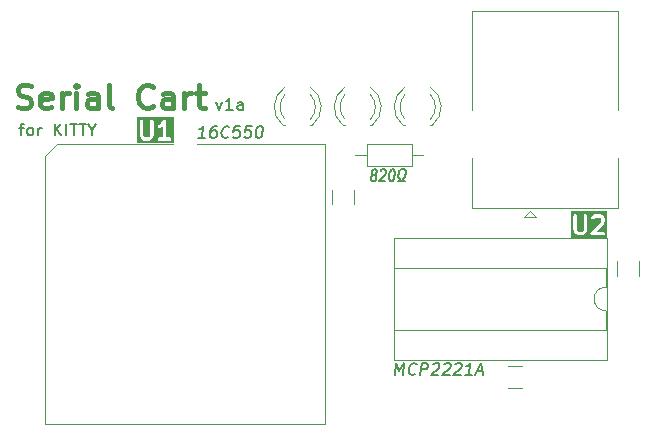
<source format=gbr>
%TF.GenerationSoftware,KiCad,Pcbnew,7.0.10*%
%TF.CreationDate,2024-01-06T19:24:24+00:00*%
%TF.ProjectId,v1a,7631612e-6b69-4636-9164-5f7063625858,rev?*%
%TF.SameCoordinates,Original*%
%TF.FileFunction,Legend,Top*%
%TF.FilePolarity,Positive*%
%FSLAX46Y46*%
G04 Gerber Fmt 4.6, Leading zero omitted, Abs format (unit mm)*
G04 Created by KiCad (PCBNEW 7.0.10) date 2024-01-06 19:24:24*
%MOMM*%
%LPD*%
G01*
G04 APERTURE LIST*
%ADD10C,0.150000*%
%ADD11C,0.400000*%
%ADD12C,0.300000*%
%ADD13C,0.200000*%
%ADD14C,0.120000*%
G04 APERTURE END LIST*
D10*
X43093095Y-61687152D02*
X43474047Y-61687152D01*
X43235952Y-62353819D02*
X43235952Y-61496676D01*
X43235952Y-61496676D02*
X43283571Y-61401438D01*
X43283571Y-61401438D02*
X43378809Y-61353819D01*
X43378809Y-61353819D02*
X43474047Y-61353819D01*
X43950238Y-62353819D02*
X43855000Y-62306200D01*
X43855000Y-62306200D02*
X43807381Y-62258580D01*
X43807381Y-62258580D02*
X43759762Y-62163342D01*
X43759762Y-62163342D02*
X43759762Y-61877628D01*
X43759762Y-61877628D02*
X43807381Y-61782390D01*
X43807381Y-61782390D02*
X43855000Y-61734771D01*
X43855000Y-61734771D02*
X43950238Y-61687152D01*
X43950238Y-61687152D02*
X44093095Y-61687152D01*
X44093095Y-61687152D02*
X44188333Y-61734771D01*
X44188333Y-61734771D02*
X44235952Y-61782390D01*
X44235952Y-61782390D02*
X44283571Y-61877628D01*
X44283571Y-61877628D02*
X44283571Y-62163342D01*
X44283571Y-62163342D02*
X44235952Y-62258580D01*
X44235952Y-62258580D02*
X44188333Y-62306200D01*
X44188333Y-62306200D02*
X44093095Y-62353819D01*
X44093095Y-62353819D02*
X43950238Y-62353819D01*
X44712143Y-62353819D02*
X44712143Y-61687152D01*
X44712143Y-61877628D02*
X44759762Y-61782390D01*
X44759762Y-61782390D02*
X44807381Y-61734771D01*
X44807381Y-61734771D02*
X44902619Y-61687152D01*
X44902619Y-61687152D02*
X44997857Y-61687152D01*
X46093096Y-62353819D02*
X46093096Y-61353819D01*
X46664524Y-62353819D02*
X46235953Y-61782390D01*
X46664524Y-61353819D02*
X46093096Y-61925247D01*
X47093096Y-62353819D02*
X47093096Y-61353819D01*
X47426429Y-61353819D02*
X47997857Y-61353819D01*
X47712143Y-62353819D02*
X47712143Y-61353819D01*
X48188334Y-61353819D02*
X48759762Y-61353819D01*
X48474048Y-62353819D02*
X48474048Y-61353819D01*
X49283572Y-61877628D02*
X49283572Y-62353819D01*
X48950239Y-61353819D02*
X49283572Y-61877628D01*
X49283572Y-61877628D02*
X49616905Y-61353819D01*
D11*
X42990476Y-59964200D02*
X43276190Y-60059438D01*
X43276190Y-60059438D02*
X43752381Y-60059438D01*
X43752381Y-60059438D02*
X43942857Y-59964200D01*
X43942857Y-59964200D02*
X44038095Y-59868961D01*
X44038095Y-59868961D02*
X44133333Y-59678485D01*
X44133333Y-59678485D02*
X44133333Y-59488009D01*
X44133333Y-59488009D02*
X44038095Y-59297533D01*
X44038095Y-59297533D02*
X43942857Y-59202295D01*
X43942857Y-59202295D02*
X43752381Y-59107057D01*
X43752381Y-59107057D02*
X43371428Y-59011819D01*
X43371428Y-59011819D02*
X43180952Y-58916580D01*
X43180952Y-58916580D02*
X43085714Y-58821342D01*
X43085714Y-58821342D02*
X42990476Y-58630866D01*
X42990476Y-58630866D02*
X42990476Y-58440390D01*
X42990476Y-58440390D02*
X43085714Y-58249914D01*
X43085714Y-58249914D02*
X43180952Y-58154676D01*
X43180952Y-58154676D02*
X43371428Y-58059438D01*
X43371428Y-58059438D02*
X43847619Y-58059438D01*
X43847619Y-58059438D02*
X44133333Y-58154676D01*
X45752381Y-59964200D02*
X45561905Y-60059438D01*
X45561905Y-60059438D02*
X45180952Y-60059438D01*
X45180952Y-60059438D02*
X44990476Y-59964200D01*
X44990476Y-59964200D02*
X44895238Y-59773723D01*
X44895238Y-59773723D02*
X44895238Y-59011819D01*
X44895238Y-59011819D02*
X44990476Y-58821342D01*
X44990476Y-58821342D02*
X45180952Y-58726104D01*
X45180952Y-58726104D02*
X45561905Y-58726104D01*
X45561905Y-58726104D02*
X45752381Y-58821342D01*
X45752381Y-58821342D02*
X45847619Y-59011819D01*
X45847619Y-59011819D02*
X45847619Y-59202295D01*
X45847619Y-59202295D02*
X44895238Y-59392771D01*
X46704762Y-60059438D02*
X46704762Y-58726104D01*
X46704762Y-59107057D02*
X46800000Y-58916580D01*
X46800000Y-58916580D02*
X46895238Y-58821342D01*
X46895238Y-58821342D02*
X47085714Y-58726104D01*
X47085714Y-58726104D02*
X47276191Y-58726104D01*
X47942857Y-60059438D02*
X47942857Y-58726104D01*
X47942857Y-58059438D02*
X47847619Y-58154676D01*
X47847619Y-58154676D02*
X47942857Y-58249914D01*
X47942857Y-58249914D02*
X48038095Y-58154676D01*
X48038095Y-58154676D02*
X47942857Y-58059438D01*
X47942857Y-58059438D02*
X47942857Y-58249914D01*
X49752381Y-60059438D02*
X49752381Y-59011819D01*
X49752381Y-59011819D02*
X49657143Y-58821342D01*
X49657143Y-58821342D02*
X49466667Y-58726104D01*
X49466667Y-58726104D02*
X49085714Y-58726104D01*
X49085714Y-58726104D02*
X48895238Y-58821342D01*
X49752381Y-59964200D02*
X49561905Y-60059438D01*
X49561905Y-60059438D02*
X49085714Y-60059438D01*
X49085714Y-60059438D02*
X48895238Y-59964200D01*
X48895238Y-59964200D02*
X48800000Y-59773723D01*
X48800000Y-59773723D02*
X48800000Y-59583247D01*
X48800000Y-59583247D02*
X48895238Y-59392771D01*
X48895238Y-59392771D02*
X49085714Y-59297533D01*
X49085714Y-59297533D02*
X49561905Y-59297533D01*
X49561905Y-59297533D02*
X49752381Y-59202295D01*
X50990476Y-60059438D02*
X50800000Y-59964200D01*
X50800000Y-59964200D02*
X50704762Y-59773723D01*
X50704762Y-59773723D02*
X50704762Y-58059438D01*
X54419048Y-59868961D02*
X54323810Y-59964200D01*
X54323810Y-59964200D02*
X54038096Y-60059438D01*
X54038096Y-60059438D02*
X53847620Y-60059438D01*
X53847620Y-60059438D02*
X53561905Y-59964200D01*
X53561905Y-59964200D02*
X53371429Y-59773723D01*
X53371429Y-59773723D02*
X53276191Y-59583247D01*
X53276191Y-59583247D02*
X53180953Y-59202295D01*
X53180953Y-59202295D02*
X53180953Y-58916580D01*
X53180953Y-58916580D02*
X53276191Y-58535628D01*
X53276191Y-58535628D02*
X53371429Y-58345152D01*
X53371429Y-58345152D02*
X53561905Y-58154676D01*
X53561905Y-58154676D02*
X53847620Y-58059438D01*
X53847620Y-58059438D02*
X54038096Y-58059438D01*
X54038096Y-58059438D02*
X54323810Y-58154676D01*
X54323810Y-58154676D02*
X54419048Y-58249914D01*
X56133334Y-60059438D02*
X56133334Y-59011819D01*
X56133334Y-59011819D02*
X56038096Y-58821342D01*
X56038096Y-58821342D02*
X55847620Y-58726104D01*
X55847620Y-58726104D02*
X55466667Y-58726104D01*
X55466667Y-58726104D02*
X55276191Y-58821342D01*
X56133334Y-59964200D02*
X55942858Y-60059438D01*
X55942858Y-60059438D02*
X55466667Y-60059438D01*
X55466667Y-60059438D02*
X55276191Y-59964200D01*
X55276191Y-59964200D02*
X55180953Y-59773723D01*
X55180953Y-59773723D02*
X55180953Y-59583247D01*
X55180953Y-59583247D02*
X55276191Y-59392771D01*
X55276191Y-59392771D02*
X55466667Y-59297533D01*
X55466667Y-59297533D02*
X55942858Y-59297533D01*
X55942858Y-59297533D02*
X56133334Y-59202295D01*
X57085715Y-60059438D02*
X57085715Y-58726104D01*
X57085715Y-59107057D02*
X57180953Y-58916580D01*
X57180953Y-58916580D02*
X57276191Y-58821342D01*
X57276191Y-58821342D02*
X57466667Y-58726104D01*
X57466667Y-58726104D02*
X57657144Y-58726104D01*
X58038096Y-58726104D02*
X58800000Y-58726104D01*
X58323810Y-58059438D02*
X58323810Y-59773723D01*
X58323810Y-59773723D02*
X58419048Y-59964200D01*
X58419048Y-59964200D02*
X58609524Y-60059438D01*
X58609524Y-60059438D02*
X58800000Y-60059438D01*
D10*
X59793333Y-59528152D02*
X60031428Y-60194819D01*
X60031428Y-60194819D02*
X60269523Y-59528152D01*
X61174285Y-60194819D02*
X60602857Y-60194819D01*
X60888571Y-60194819D02*
X60888571Y-59194819D01*
X60888571Y-59194819D02*
X60793333Y-59337676D01*
X60793333Y-59337676D02*
X60698095Y-59432914D01*
X60698095Y-59432914D02*
X60602857Y-59480533D01*
X62031428Y-60194819D02*
X62031428Y-59671009D01*
X62031428Y-59671009D02*
X61983809Y-59575771D01*
X61983809Y-59575771D02*
X61888571Y-59528152D01*
X61888571Y-59528152D02*
X61698095Y-59528152D01*
X61698095Y-59528152D02*
X61602857Y-59575771D01*
X62031428Y-60147200D02*
X61936190Y-60194819D01*
X61936190Y-60194819D02*
X61698095Y-60194819D01*
X61698095Y-60194819D02*
X61602857Y-60147200D01*
X61602857Y-60147200D02*
X61555238Y-60051961D01*
X61555238Y-60051961D02*
X61555238Y-59956723D01*
X61555238Y-59956723D02*
X61602857Y-59861485D01*
X61602857Y-59861485D02*
X61698095Y-59813866D01*
X61698095Y-59813866D02*
X61936190Y-59813866D01*
X61936190Y-59813866D02*
X62031428Y-59766247D01*
D12*
G36*
X92891572Y-71019614D02*
G01*
X89805856Y-71019614D01*
X89805856Y-70369614D01*
X90020142Y-70369614D01*
X90029065Y-70402915D01*
X90035978Y-70436696D01*
X90107407Y-70579553D01*
X90123429Y-70597621D01*
X90135505Y-70618537D01*
X90206934Y-70689966D01*
X90227848Y-70702040D01*
X90245918Y-70718064D01*
X90388776Y-70789492D01*
X90422551Y-70796403D01*
X90455857Y-70805328D01*
X90741571Y-70805328D01*
X90774874Y-70796404D01*
X90808653Y-70789492D01*
X90951510Y-70718064D01*
X90969579Y-70702040D01*
X90990494Y-70689966D01*
X91025132Y-70655328D01*
X91448714Y-70655328D01*
X91453825Y-70674402D01*
X91453825Y-70694151D01*
X91463698Y-70711253D01*
X91468810Y-70730328D01*
X91482774Y-70744292D01*
X91492648Y-70761394D01*
X91509749Y-70771267D01*
X91523714Y-70785232D01*
X91542788Y-70790343D01*
X91559891Y-70800217D01*
X91579639Y-70800217D01*
X91598714Y-70805328D01*
X92527286Y-70805328D01*
X92602286Y-70785232D01*
X92657190Y-70730328D01*
X92677286Y-70655328D01*
X92657190Y-70580328D01*
X92602286Y-70525424D01*
X92527286Y-70505328D01*
X91960846Y-70505328D01*
X92561923Y-69904251D01*
X92579163Y-69874390D01*
X92598159Y-69845620D01*
X92669588Y-69631335D01*
X92671035Y-69607228D01*
X92677286Y-69583900D01*
X92677286Y-69441042D01*
X92668363Y-69407741D01*
X92661450Y-69373959D01*
X92590021Y-69231103D01*
X92573998Y-69213034D01*
X92561923Y-69192119D01*
X92490495Y-69120691D01*
X92469580Y-69108616D01*
X92451511Y-69092593D01*
X92308653Y-69021164D01*
X92274872Y-69014251D01*
X92241571Y-69005328D01*
X91884429Y-69005328D01*
X91851127Y-69014251D01*
X91817347Y-69021164D01*
X91674489Y-69092593D01*
X91656419Y-69108616D01*
X91635505Y-69120691D01*
X91564077Y-69192119D01*
X91525254Y-69259362D01*
X91525254Y-69337008D01*
X91564077Y-69404251D01*
X91631320Y-69443074D01*
X91708966Y-69443074D01*
X91776209Y-69404251D01*
X91830425Y-69350035D01*
X91919839Y-69305328D01*
X92206161Y-69305328D01*
X92295575Y-69350035D01*
X92332579Y-69387039D01*
X92377286Y-69476452D01*
X92377286Y-69559559D01*
X92324752Y-69717157D01*
X91492648Y-70549262D01*
X91482774Y-70566363D01*
X91468810Y-70580328D01*
X91463698Y-70599402D01*
X91453825Y-70616505D01*
X91453825Y-70636253D01*
X91448714Y-70655328D01*
X91025132Y-70655328D01*
X91061923Y-70618537D01*
X91073997Y-70597622D01*
X91090021Y-70579553D01*
X91161449Y-70436695D01*
X91168360Y-70402919D01*
X91177285Y-70369614D01*
X91177285Y-69155328D01*
X91157189Y-69080328D01*
X91102285Y-69025424D01*
X91027285Y-69005328D01*
X90952285Y-69025424D01*
X90897381Y-69080328D01*
X90877285Y-69155328D01*
X90877285Y-70334204D01*
X90832578Y-70423617D01*
X90795573Y-70460622D01*
X90706161Y-70505328D01*
X90491267Y-70505328D01*
X90401853Y-70460621D01*
X90364849Y-70423617D01*
X90320142Y-70334203D01*
X90320142Y-69155328D01*
X90300046Y-69080328D01*
X90245142Y-69025424D01*
X90170142Y-69005328D01*
X90095142Y-69025424D01*
X90040238Y-69080328D01*
X90020142Y-69155328D01*
X90020142Y-70369614D01*
X89805856Y-70369614D01*
X89805856Y-68791042D01*
X92891572Y-68791042D01*
X92891572Y-71019614D01*
G37*
D13*
X74912720Y-82621219D02*
X75037720Y-81621219D01*
X75037720Y-81621219D02*
X75281768Y-82335504D01*
X75281768Y-82335504D02*
X75704387Y-81621219D01*
X75704387Y-81621219D02*
X75579387Y-82621219D01*
X76638911Y-82525980D02*
X76585339Y-82573600D01*
X76585339Y-82573600D02*
X76436530Y-82621219D01*
X76436530Y-82621219D02*
X76341292Y-82621219D01*
X76341292Y-82621219D02*
X76204387Y-82573600D01*
X76204387Y-82573600D02*
X76121054Y-82478361D01*
X76121054Y-82478361D02*
X76085339Y-82383123D01*
X76085339Y-82383123D02*
X76061530Y-82192647D01*
X76061530Y-82192647D02*
X76079387Y-82049790D01*
X76079387Y-82049790D02*
X76150815Y-81859314D01*
X76150815Y-81859314D02*
X76210339Y-81764076D01*
X76210339Y-81764076D02*
X76317482Y-81668838D01*
X76317482Y-81668838D02*
X76466292Y-81621219D01*
X76466292Y-81621219D02*
X76561530Y-81621219D01*
X76561530Y-81621219D02*
X76698435Y-81668838D01*
X76698435Y-81668838D02*
X76740101Y-81716457D01*
X77055577Y-82621219D02*
X77180577Y-81621219D01*
X77180577Y-81621219D02*
X77561530Y-81621219D01*
X77561530Y-81621219D02*
X77650815Y-81668838D01*
X77650815Y-81668838D02*
X77692482Y-81716457D01*
X77692482Y-81716457D02*
X77728196Y-81811695D01*
X77728196Y-81811695D02*
X77710339Y-81954552D01*
X77710339Y-81954552D02*
X77650815Y-82049790D01*
X77650815Y-82049790D02*
X77597244Y-82097409D01*
X77597244Y-82097409D02*
X77496054Y-82145028D01*
X77496054Y-82145028D02*
X77115101Y-82145028D01*
X78121054Y-81716457D02*
X78174625Y-81668838D01*
X78174625Y-81668838D02*
X78275815Y-81621219D01*
X78275815Y-81621219D02*
X78513911Y-81621219D01*
X78513911Y-81621219D02*
X78603196Y-81668838D01*
X78603196Y-81668838D02*
X78644863Y-81716457D01*
X78644863Y-81716457D02*
X78680577Y-81811695D01*
X78680577Y-81811695D02*
X78668673Y-81906933D01*
X78668673Y-81906933D02*
X78603196Y-82049790D01*
X78603196Y-82049790D02*
X77960339Y-82621219D01*
X77960339Y-82621219D02*
X78579387Y-82621219D01*
X79073435Y-81716457D02*
X79127006Y-81668838D01*
X79127006Y-81668838D02*
X79228196Y-81621219D01*
X79228196Y-81621219D02*
X79466292Y-81621219D01*
X79466292Y-81621219D02*
X79555577Y-81668838D01*
X79555577Y-81668838D02*
X79597244Y-81716457D01*
X79597244Y-81716457D02*
X79632958Y-81811695D01*
X79632958Y-81811695D02*
X79621054Y-81906933D01*
X79621054Y-81906933D02*
X79555577Y-82049790D01*
X79555577Y-82049790D02*
X78912720Y-82621219D01*
X78912720Y-82621219D02*
X79531768Y-82621219D01*
X80025816Y-81716457D02*
X80079387Y-81668838D01*
X80079387Y-81668838D02*
X80180577Y-81621219D01*
X80180577Y-81621219D02*
X80418673Y-81621219D01*
X80418673Y-81621219D02*
X80507958Y-81668838D01*
X80507958Y-81668838D02*
X80549625Y-81716457D01*
X80549625Y-81716457D02*
X80585339Y-81811695D01*
X80585339Y-81811695D02*
X80573435Y-81906933D01*
X80573435Y-81906933D02*
X80507958Y-82049790D01*
X80507958Y-82049790D02*
X79865101Y-82621219D01*
X79865101Y-82621219D02*
X80484149Y-82621219D01*
X81436530Y-82621219D02*
X80865101Y-82621219D01*
X81150816Y-82621219D02*
X81275816Y-81621219D01*
X81275816Y-81621219D02*
X81162720Y-81764076D01*
X81162720Y-81764076D02*
X81055578Y-81859314D01*
X81055578Y-81859314D02*
X80954387Y-81906933D01*
X81853197Y-82335504D02*
X82329387Y-82335504D01*
X81722244Y-82621219D02*
X82180578Y-81621219D01*
X82180578Y-81621219D02*
X82388911Y-82621219D01*
D12*
G36*
X56188572Y-63018614D02*
G01*
X53102856Y-63018614D01*
X53102856Y-62368614D01*
X53317142Y-62368614D01*
X53326065Y-62401915D01*
X53332978Y-62435696D01*
X53404407Y-62578553D01*
X53420429Y-62596621D01*
X53432505Y-62617537D01*
X53503934Y-62688966D01*
X53524848Y-62701040D01*
X53542918Y-62717064D01*
X53685776Y-62788492D01*
X53719551Y-62795403D01*
X53752857Y-62804328D01*
X54038571Y-62804328D01*
X54071874Y-62795404D01*
X54105653Y-62788492D01*
X54248510Y-62717064D01*
X54266579Y-62701040D01*
X54287494Y-62688966D01*
X54322132Y-62654328D01*
X54817143Y-62654328D01*
X54837239Y-62729328D01*
X54892143Y-62784232D01*
X54967143Y-62804328D01*
X55395714Y-62804328D01*
X55824286Y-62804328D01*
X55899286Y-62784232D01*
X55954190Y-62729328D01*
X55974286Y-62654328D01*
X55954190Y-62579328D01*
X55899286Y-62524424D01*
X55824286Y-62504328D01*
X55545714Y-62504328D01*
X55545714Y-61154328D01*
X55536875Y-61121342D01*
X55530176Y-61087843D01*
X55526901Y-61084116D01*
X55525618Y-61079328D01*
X55501471Y-61055181D01*
X55478919Y-61029520D01*
X55474220Y-61027930D01*
X55470714Y-61024424D01*
X55437731Y-61015586D01*
X55405368Y-61004638D01*
X55400502Y-61005611D01*
X55395714Y-61004328D01*
X55362731Y-61013165D01*
X55329230Y-61019866D01*
X55325504Y-61023140D01*
X55320714Y-61024424D01*
X55296560Y-61048577D01*
X55270907Y-61071123D01*
X55136287Y-61273051D01*
X55021146Y-61388192D01*
X54900061Y-61448736D01*
X54841966Y-61500252D01*
X54817412Y-61573913D01*
X54832979Y-61649982D01*
X54884495Y-61708077D01*
X54958156Y-61732631D01*
X55034225Y-61717064D01*
X55177082Y-61645635D01*
X55195150Y-61629612D01*
X55216066Y-61617537D01*
X55245714Y-61587889D01*
X55245714Y-62504328D01*
X54967143Y-62504328D01*
X54892143Y-62524424D01*
X54837239Y-62579328D01*
X54817143Y-62654328D01*
X54322132Y-62654328D01*
X54358923Y-62617537D01*
X54370997Y-62596622D01*
X54387021Y-62578553D01*
X54458449Y-62435695D01*
X54465360Y-62401919D01*
X54474285Y-62368614D01*
X54474285Y-61154328D01*
X54454189Y-61079328D01*
X54399285Y-61024424D01*
X54324285Y-61004328D01*
X54249285Y-61024424D01*
X54194381Y-61079328D01*
X54174285Y-61154328D01*
X54174285Y-62333204D01*
X54129578Y-62422617D01*
X54092573Y-62459622D01*
X54003161Y-62504328D01*
X53788267Y-62504328D01*
X53698853Y-62459621D01*
X53661849Y-62422617D01*
X53617142Y-62333203D01*
X53617142Y-61154328D01*
X53597046Y-61079328D01*
X53542142Y-61024424D01*
X53467142Y-61004328D01*
X53392142Y-61024424D01*
X53337238Y-61079328D01*
X53317142Y-61154328D01*
X53317142Y-62368614D01*
X53102856Y-62368614D01*
X53102856Y-60790042D01*
X56188572Y-60790042D01*
X56188572Y-63018614D01*
G37*
D13*
X58835000Y-62555219D02*
X58263571Y-62555219D01*
X58549286Y-62555219D02*
X58674286Y-61555219D01*
X58674286Y-61555219D02*
X58561190Y-61698076D01*
X58561190Y-61698076D02*
X58454048Y-61793314D01*
X58454048Y-61793314D02*
X58352857Y-61840933D01*
X59817143Y-61555219D02*
X59626667Y-61555219D01*
X59626667Y-61555219D02*
X59525476Y-61602838D01*
X59525476Y-61602838D02*
X59471905Y-61650457D01*
X59471905Y-61650457D02*
X59358809Y-61793314D01*
X59358809Y-61793314D02*
X59287381Y-61983790D01*
X59287381Y-61983790D02*
X59239762Y-62364742D01*
X59239762Y-62364742D02*
X59275476Y-62459980D01*
X59275476Y-62459980D02*
X59317143Y-62507600D01*
X59317143Y-62507600D02*
X59406429Y-62555219D01*
X59406429Y-62555219D02*
X59596905Y-62555219D01*
X59596905Y-62555219D02*
X59698095Y-62507600D01*
X59698095Y-62507600D02*
X59751667Y-62459980D01*
X59751667Y-62459980D02*
X59811190Y-62364742D01*
X59811190Y-62364742D02*
X59840952Y-62126647D01*
X59840952Y-62126647D02*
X59805238Y-62031409D01*
X59805238Y-62031409D02*
X59763571Y-61983790D01*
X59763571Y-61983790D02*
X59674286Y-61936171D01*
X59674286Y-61936171D02*
X59483809Y-61936171D01*
X59483809Y-61936171D02*
X59382619Y-61983790D01*
X59382619Y-61983790D02*
X59329048Y-62031409D01*
X59329048Y-62031409D02*
X59269524Y-62126647D01*
X60799286Y-62459980D02*
X60745714Y-62507600D01*
X60745714Y-62507600D02*
X60596905Y-62555219D01*
X60596905Y-62555219D02*
X60501667Y-62555219D01*
X60501667Y-62555219D02*
X60364762Y-62507600D01*
X60364762Y-62507600D02*
X60281429Y-62412361D01*
X60281429Y-62412361D02*
X60245714Y-62317123D01*
X60245714Y-62317123D02*
X60221905Y-62126647D01*
X60221905Y-62126647D02*
X60239762Y-61983790D01*
X60239762Y-61983790D02*
X60311190Y-61793314D01*
X60311190Y-61793314D02*
X60370714Y-61698076D01*
X60370714Y-61698076D02*
X60477857Y-61602838D01*
X60477857Y-61602838D02*
X60626667Y-61555219D01*
X60626667Y-61555219D02*
X60721905Y-61555219D01*
X60721905Y-61555219D02*
X60858810Y-61602838D01*
X60858810Y-61602838D02*
X60900476Y-61650457D01*
X61817143Y-61555219D02*
X61340952Y-61555219D01*
X61340952Y-61555219D02*
X61233810Y-62031409D01*
X61233810Y-62031409D02*
X61287381Y-61983790D01*
X61287381Y-61983790D02*
X61388571Y-61936171D01*
X61388571Y-61936171D02*
X61626667Y-61936171D01*
X61626667Y-61936171D02*
X61715952Y-61983790D01*
X61715952Y-61983790D02*
X61757619Y-62031409D01*
X61757619Y-62031409D02*
X61793333Y-62126647D01*
X61793333Y-62126647D02*
X61763571Y-62364742D01*
X61763571Y-62364742D02*
X61704048Y-62459980D01*
X61704048Y-62459980D02*
X61650476Y-62507600D01*
X61650476Y-62507600D02*
X61549286Y-62555219D01*
X61549286Y-62555219D02*
X61311190Y-62555219D01*
X61311190Y-62555219D02*
X61221905Y-62507600D01*
X61221905Y-62507600D02*
X61180238Y-62459980D01*
X62769524Y-61555219D02*
X62293333Y-61555219D01*
X62293333Y-61555219D02*
X62186191Y-62031409D01*
X62186191Y-62031409D02*
X62239762Y-61983790D01*
X62239762Y-61983790D02*
X62340952Y-61936171D01*
X62340952Y-61936171D02*
X62579048Y-61936171D01*
X62579048Y-61936171D02*
X62668333Y-61983790D01*
X62668333Y-61983790D02*
X62710000Y-62031409D01*
X62710000Y-62031409D02*
X62745714Y-62126647D01*
X62745714Y-62126647D02*
X62715952Y-62364742D01*
X62715952Y-62364742D02*
X62656429Y-62459980D01*
X62656429Y-62459980D02*
X62602857Y-62507600D01*
X62602857Y-62507600D02*
X62501667Y-62555219D01*
X62501667Y-62555219D02*
X62263571Y-62555219D01*
X62263571Y-62555219D02*
X62174286Y-62507600D01*
X62174286Y-62507600D02*
X62132619Y-62459980D01*
X63436191Y-61555219D02*
X63531429Y-61555219D01*
X63531429Y-61555219D02*
X63620714Y-61602838D01*
X63620714Y-61602838D02*
X63662381Y-61650457D01*
X63662381Y-61650457D02*
X63698095Y-61745695D01*
X63698095Y-61745695D02*
X63721905Y-61936171D01*
X63721905Y-61936171D02*
X63692143Y-62174266D01*
X63692143Y-62174266D02*
X63620714Y-62364742D01*
X63620714Y-62364742D02*
X63561191Y-62459980D01*
X63561191Y-62459980D02*
X63507619Y-62507600D01*
X63507619Y-62507600D02*
X63406429Y-62555219D01*
X63406429Y-62555219D02*
X63311191Y-62555219D01*
X63311191Y-62555219D02*
X63221905Y-62507600D01*
X63221905Y-62507600D02*
X63180238Y-62459980D01*
X63180238Y-62459980D02*
X63144524Y-62364742D01*
X63144524Y-62364742D02*
X63120714Y-62174266D01*
X63120714Y-62174266D02*
X63150476Y-61936171D01*
X63150476Y-61936171D02*
X63221905Y-61745695D01*
X63221905Y-61745695D02*
X63281429Y-61650457D01*
X63281429Y-61650457D02*
X63335000Y-61602838D01*
X63335000Y-61602838D02*
X63436191Y-61555219D01*
X73065238Y-65666790D02*
X72995000Y-65619171D01*
X72995000Y-65619171D02*
X72962857Y-65571552D01*
X72962857Y-65571552D02*
X72936666Y-65476314D01*
X72936666Y-65476314D02*
X72942619Y-65428695D01*
X72942619Y-65428695D02*
X72992619Y-65333457D01*
X72992619Y-65333457D02*
X73036666Y-65285838D01*
X73036666Y-65285838D02*
X73118809Y-65238219D01*
X73118809Y-65238219D02*
X73271190Y-65238219D01*
X73271190Y-65238219D02*
X73341428Y-65285838D01*
X73341428Y-65285838D02*
X73373571Y-65333457D01*
X73373571Y-65333457D02*
X73399761Y-65428695D01*
X73399761Y-65428695D02*
X73393809Y-65476314D01*
X73393809Y-65476314D02*
X73343809Y-65571552D01*
X73343809Y-65571552D02*
X73299761Y-65619171D01*
X73299761Y-65619171D02*
X73217619Y-65666790D01*
X73217619Y-65666790D02*
X73065238Y-65666790D01*
X73065238Y-65666790D02*
X72983095Y-65714409D01*
X72983095Y-65714409D02*
X72939047Y-65762028D01*
X72939047Y-65762028D02*
X72889047Y-65857266D01*
X72889047Y-65857266D02*
X72865238Y-66047742D01*
X72865238Y-66047742D02*
X72891428Y-66142980D01*
X72891428Y-66142980D02*
X72923571Y-66190600D01*
X72923571Y-66190600D02*
X72993809Y-66238219D01*
X72993809Y-66238219D02*
X73146190Y-66238219D01*
X73146190Y-66238219D02*
X73228333Y-66190600D01*
X73228333Y-66190600D02*
X73272380Y-66142980D01*
X73272380Y-66142980D02*
X73322380Y-66047742D01*
X73322380Y-66047742D02*
X73346190Y-65857266D01*
X73346190Y-65857266D02*
X73320000Y-65762028D01*
X73320000Y-65762028D02*
X73287857Y-65714409D01*
X73287857Y-65714409D02*
X73217619Y-65666790D01*
X73716428Y-65333457D02*
X73760476Y-65285838D01*
X73760476Y-65285838D02*
X73842619Y-65238219D01*
X73842619Y-65238219D02*
X74033095Y-65238219D01*
X74033095Y-65238219D02*
X74103333Y-65285838D01*
X74103333Y-65285838D02*
X74135476Y-65333457D01*
X74135476Y-65333457D02*
X74161666Y-65428695D01*
X74161666Y-65428695D02*
X74149762Y-65523933D01*
X74149762Y-65523933D02*
X74093809Y-65666790D01*
X74093809Y-65666790D02*
X73565238Y-66238219D01*
X73565238Y-66238219D02*
X74060476Y-66238219D01*
X74680714Y-65238219D02*
X74756905Y-65238219D01*
X74756905Y-65238219D02*
X74827143Y-65285838D01*
X74827143Y-65285838D02*
X74859286Y-65333457D01*
X74859286Y-65333457D02*
X74885476Y-65428695D01*
X74885476Y-65428695D02*
X74899762Y-65619171D01*
X74899762Y-65619171D02*
X74870000Y-65857266D01*
X74870000Y-65857266D02*
X74808095Y-66047742D01*
X74808095Y-66047742D02*
X74758095Y-66142980D01*
X74758095Y-66142980D02*
X74714048Y-66190600D01*
X74714048Y-66190600D02*
X74631905Y-66238219D01*
X74631905Y-66238219D02*
X74555714Y-66238219D01*
X74555714Y-66238219D02*
X74485476Y-66190600D01*
X74485476Y-66190600D02*
X74453333Y-66142980D01*
X74453333Y-66142980D02*
X74427143Y-66047742D01*
X74427143Y-66047742D02*
X74412857Y-65857266D01*
X74412857Y-65857266D02*
X74442619Y-65619171D01*
X74442619Y-65619171D02*
X74504524Y-65428695D01*
X74504524Y-65428695D02*
X74554524Y-65333457D01*
X74554524Y-65333457D02*
X74598571Y-65285838D01*
X74598571Y-65285838D02*
X74680714Y-65238219D01*
X75127143Y-66238219D02*
X75317619Y-66238219D01*
X75317619Y-66238219D02*
X75341429Y-66047742D01*
X75341429Y-66047742D02*
X75271191Y-66000123D01*
X75271191Y-66000123D02*
X75206905Y-65904885D01*
X75206905Y-65904885D02*
X75186667Y-65762028D01*
X75186667Y-65762028D02*
X75216429Y-65523933D01*
X75216429Y-65523933D02*
X75272381Y-65381076D01*
X75272381Y-65381076D02*
X75360476Y-65285838D01*
X75360476Y-65285838D02*
X75480715Y-65238219D01*
X75480715Y-65238219D02*
X75633095Y-65238219D01*
X75633095Y-65238219D02*
X75741429Y-65285838D01*
X75741429Y-65285838D02*
X75805715Y-65381076D01*
X75805715Y-65381076D02*
X75825953Y-65523933D01*
X75825953Y-65523933D02*
X75796191Y-65762028D01*
X75796191Y-65762028D02*
X75740238Y-65904885D01*
X75740238Y-65904885D02*
X75652143Y-66000123D01*
X75652143Y-66000123D02*
X75570000Y-66047742D01*
X75570000Y-66047742D02*
X75546191Y-66238219D01*
X75546191Y-66238219D02*
X75736667Y-66238219D01*
D14*
%TO.C,U2*%
X92830000Y-71060000D02*
X74810000Y-71060000D01*
X74810000Y-71060000D02*
X74810000Y-81340000D01*
X92770000Y-73550000D02*
X74870000Y-73550000D01*
X74870000Y-73550000D02*
X74870000Y-78850000D01*
X92770000Y-75200000D02*
X92770000Y-73550000D01*
X92770000Y-78850000D02*
X92770000Y-77200000D01*
X74870000Y-78850000D02*
X92770000Y-78850000D01*
X92830000Y-81340000D02*
X92830000Y-71060000D01*
X74810000Y-81340000D02*
X92830000Y-81340000D01*
X92770000Y-75200000D02*
G75*
G03*
X92770000Y-77200000I0J-1000000D01*
G01*
%TO.C,C1*%
X93695000Y-74269000D02*
X93695000Y-73011000D01*
X95535000Y-74269000D02*
X95535000Y-73011000D01*
%TO.C,C3*%
X71405000Y-66935000D02*
X71405000Y-68193000D01*
X69565000Y-66935000D02*
X69565000Y-68193000D01*
%TO.C,U1*%
X45300000Y-64080000D02*
X45300000Y-86780000D01*
X45300000Y-86780000D02*
X69000000Y-86780000D01*
X46300000Y-63080000D02*
X45300000Y-64080000D01*
X56150000Y-63080000D02*
X46300000Y-63080000D01*
X69000000Y-63080000D02*
X58150000Y-63080000D01*
X69000000Y-86780000D02*
X69000000Y-63080000D01*
%TO.C,C2*%
X84441000Y-81884000D02*
X85699000Y-81884000D01*
X84441000Y-83724000D02*
X85699000Y-83724000D01*
%TO.C,R1*%
X77292000Y-64008000D02*
X76342000Y-64008000D01*
X76342000Y-64928000D02*
X76342000Y-63088000D01*
X76342000Y-63088000D02*
X72502000Y-63088000D01*
X72502000Y-64928000D02*
X76342000Y-64928000D01*
X72502000Y-63088000D02*
X72502000Y-64928000D01*
X71552000Y-64008000D02*
X72502000Y-64008000D01*
%TO.C,D1*%
X70519000Y-61504000D02*
X70675000Y-61504000D01*
X72835000Y-61504000D02*
X72991000Y-61504000D01*
X70676392Y-58271666D02*
G75*
G03*
X70519485Y-61503999I1078608J-1672334D01*
G01*
X70675164Y-58902871D02*
G75*
G03*
X70675001Y-60984960I1079836J-1041129D01*
G01*
X72834999Y-60984960D02*
G75*
G03*
X72834836Y-58902871I-1079999J1040960D01*
G01*
X72990515Y-61503999D02*
G75*
G03*
X72833608Y-58271666I-1235515J1559999D01*
G01*
%TO.C,D2*%
X75599000Y-61504000D02*
X75755000Y-61504000D01*
X77915000Y-61504000D02*
X78071000Y-61504000D01*
X75756392Y-58271666D02*
G75*
G03*
X75599485Y-61503999I1078608J-1672334D01*
G01*
X75755164Y-58902871D02*
G75*
G03*
X75755001Y-60984960I1079836J-1041129D01*
G01*
X77914999Y-60984960D02*
G75*
G03*
X77914836Y-58902871I-1079999J1040960D01*
G01*
X78070515Y-61503999D02*
G75*
G03*
X77913608Y-58271666I-1235515J1559999D01*
G01*
%TO.C,D3*%
X65439000Y-61504000D02*
X65595000Y-61504000D01*
X67755000Y-61504000D02*
X67911000Y-61504000D01*
X65596392Y-58271666D02*
G75*
G03*
X65439485Y-61503999I1078608J-1672334D01*
G01*
X65595164Y-58902871D02*
G75*
G03*
X65595001Y-60984960I1079836J-1041129D01*
G01*
X67754999Y-60984960D02*
G75*
G03*
X67754836Y-58902871I-1079999J1040960D01*
G01*
X67910515Y-61503999D02*
G75*
G03*
X67753608Y-58271666I-1235515J1559999D01*
G01*
%TO.C,J2*%
X85860000Y-69260000D02*
X86860000Y-69260000D01*
X86860000Y-69260000D02*
X86360000Y-68760000D01*
X86360000Y-68760000D02*
X85860000Y-69260000D01*
X81450000Y-68540000D02*
X93770000Y-68540000D01*
X93770000Y-68540000D02*
X93770000Y-64280000D01*
X81450000Y-64280000D02*
X81450000Y-68540000D01*
X81450000Y-60180000D02*
X81450000Y-51820000D01*
X81450000Y-51820000D02*
X93770000Y-51820000D01*
X93770000Y-51820000D02*
X93770000Y-60180000D01*
%TD*%
M02*

</source>
